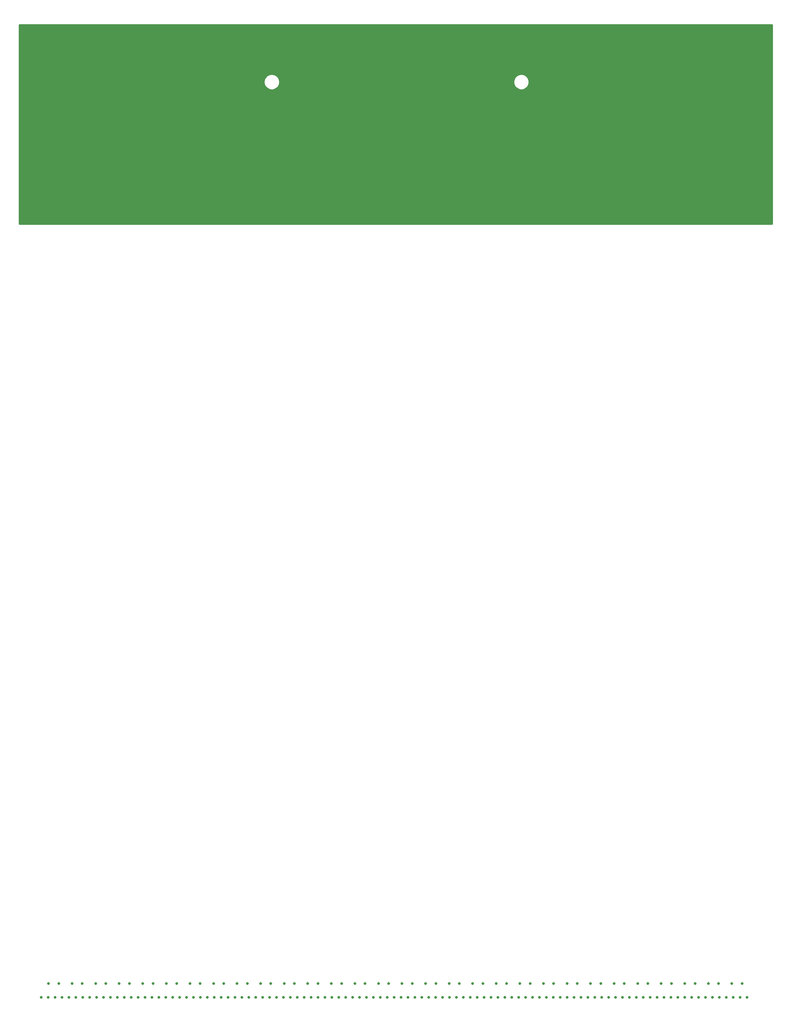
<source format=gbr>
G04 #@! TF.GenerationSoftware,KiCad,Pcbnew,(5.1.6)-1*
G04 #@! TF.CreationDate,2022-05-04T19:11:15-05:00*
G04 #@! TF.ProjectId,stripline_anode,73747269-706c-4696-9e65-5f616e6f6465,1a*
G04 #@! TF.SameCoordinates,Original*
G04 #@! TF.FileFunction,Copper,L2,Inr*
G04 #@! TF.FilePolarity,Positive*
%FSLAX46Y46*%
G04 Gerber Fmt 4.6, Leading zero omitted, Abs format (unit mm)*
G04 Created by KiCad (PCBNEW (5.1.6)-1) date 2022-05-04 19:11:15*
%MOMM*%
%LPD*%
G01*
G04 APERTURE LIST*
G04 #@! TA.AperFunction,ViaPad*
%ADD10C,0.800000*%
G04 #@! TD*
G04 #@! TA.AperFunction,Conductor*
%ADD11C,0.508000*%
G04 #@! TD*
G04 APERTURE END LIST*
D10*
X-103958000Y-121031000D03*
X-101926000Y-121031000D03*
X-99894000Y-121031000D03*
X-97862000Y-121031000D03*
X-95830000Y-121031000D03*
X-93798000Y-121031000D03*
X-91766000Y-121031000D03*
X-89734000Y-121031000D03*
X-87702000Y-121031000D03*
X-85670000Y-121031000D03*
X-83638000Y-121031000D03*
X-81606000Y-121031000D03*
X-79574000Y-121031000D03*
X-77542000Y-121031000D03*
X-75510000Y-121031000D03*
X-73478000Y-121031000D03*
X-71446000Y-121031000D03*
X-69414000Y-121031000D03*
X-67382000Y-121031000D03*
X-65350000Y-121031000D03*
X-63318000Y-121031000D03*
X-61286000Y-121031000D03*
X-59254000Y-121031000D03*
X-57222000Y-121031000D03*
X-55190000Y-121031000D03*
X-24710000Y-121031000D03*
X-20646000Y-121031000D03*
X-10486000Y-121031000D03*
X-6422000Y-121031000D03*
X-42998000Y-121031000D03*
X-34870000Y-121031000D03*
X-18614000Y-121031000D03*
X-8454000Y-121031000D03*
X-28774000Y-121031000D03*
X-14550000Y-121031000D03*
X-32838000Y-121031000D03*
X-22678000Y-121031000D03*
X-40966000Y-121031000D03*
X-47062000Y-121031000D03*
X-4390000Y-121031000D03*
X-51126000Y-121031000D03*
X-45030000Y-121031000D03*
X-12518000Y-121031000D03*
X-16582000Y-121031000D03*
X-36902000Y-121031000D03*
X-30806000Y-121031000D03*
X-26742000Y-121031000D03*
X-38934000Y-121031000D03*
X-49094000Y-121031000D03*
X-53158000Y-121031000D03*
X26090000Y-121031000D03*
X30154000Y-121031000D03*
X40314000Y-121031000D03*
X44378000Y-121031000D03*
X7802000Y-121031000D03*
X15930000Y-121031000D03*
X32186000Y-121031000D03*
X42346000Y-121031000D03*
X22026000Y-121031000D03*
X36250000Y-121031000D03*
X17962000Y-121031000D03*
X28122000Y-121031000D03*
X9834000Y-121031000D03*
X3738000Y-121031000D03*
X46410000Y-121031000D03*
X-326000Y-121031000D03*
X5770000Y-121031000D03*
X38282000Y-121031000D03*
X34218000Y-121031000D03*
X13898000Y-121031000D03*
X19994000Y-121031000D03*
X24058000Y-121031000D03*
X11866000Y-121031000D03*
X1706000Y-121031000D03*
X-2358000Y-121031000D03*
X76890000Y-121031000D03*
X80954000Y-121031000D03*
X91114000Y-121031000D03*
X95178000Y-121031000D03*
X58602000Y-121031000D03*
X66730000Y-121031000D03*
X82986000Y-121031000D03*
X93146000Y-121031000D03*
X72826000Y-121031000D03*
X87050000Y-121031000D03*
X68762000Y-121031000D03*
X78922000Y-121031000D03*
X60634000Y-121031000D03*
X54538000Y-121031000D03*
X97210000Y-121031000D03*
X50474000Y-121031000D03*
X56570000Y-121031000D03*
X89082000Y-121031000D03*
X85018000Y-121031000D03*
X64698000Y-121031000D03*
X70794000Y-121031000D03*
X74858000Y-121031000D03*
X62666000Y-121031000D03*
X52506000Y-121031000D03*
X48442000Y-121031000D03*
X99242000Y-121031000D03*
X101274000Y-121031000D03*
X103306000Y-121031000D03*
X-14042000Y109093000D03*
X-20646000Y109093000D03*
X-27758000Y109093000D03*
X-34362000Y109093000D03*
X-41474000Y109093000D03*
X-48078000Y109093000D03*
X-55698000Y109093000D03*
X-62302000Y109093000D03*
X-69414000Y109093000D03*
X-76018000Y109093000D03*
X-96846000Y109093000D03*
X-326000Y109093000D03*
X6786000Y109093000D03*
X13390000Y109093000D03*
X21010000Y109093000D03*
X27614000Y109093000D03*
X34726000Y109093000D03*
X41330000Y109093000D03*
X48442000Y109093000D03*
X55046000Y109093000D03*
X62158000Y109093000D03*
X76382000Y109093000D03*
X82986000Y109093000D03*
X90098000Y109093000D03*
X96702000Y109093000D03*
X104322000Y109093000D03*
X-6930000Y109093000D03*
X-89734000Y109093000D03*
X-83130000Y109093000D03*
X19994000Y161213800D03*
X-103958000Y161213800D03*
X80954000Y161213800D03*
X78922000Y161213800D03*
X72826000Y161213800D03*
X95178000Y161213800D03*
X87050000Y161213800D03*
X1706000Y161213800D03*
X68762000Y161213800D03*
X-53158000Y161213800D03*
X-99894000Y161213800D03*
X60634000Y161213800D03*
X76890000Y161213800D03*
X58602000Y161213800D03*
X93146000Y161213800D03*
X54538000Y161213800D03*
X82986000Y161213800D03*
X-2358000Y161213800D03*
X91114000Y161213800D03*
X66730000Y161213800D03*
X-12518000Y161213800D03*
X-26742000Y161213800D03*
X24058000Y161213800D03*
X38282000Y161213800D03*
X34218000Y161213800D03*
X17962000Y161213800D03*
X11866000Y161213800D03*
X9834000Y161213800D03*
X32186000Y161213800D03*
X-51126000Y161213800D03*
X46410000Y161213800D03*
X28122000Y161213800D03*
X-326000Y161213800D03*
X3738000Y161213800D03*
X-49094000Y161213800D03*
X7802000Y161213800D03*
X30154000Y161213800D03*
X-36902000Y161213800D03*
X-30806000Y161213800D03*
X70794000Y161213800D03*
X-81606000Y161213800D03*
X-22678000Y161213800D03*
X-32838000Y161213800D03*
X-101926000Y161213800D03*
X-83638000Y161213800D03*
X50474000Y161213800D03*
X-71446000Y161213800D03*
X-8454000Y161213800D03*
X-20646000Y161213800D03*
X97210000Y161213800D03*
X-24710000Y161213800D03*
X-65350000Y161213800D03*
X-18614000Y161213800D03*
X-69414000Y161213800D03*
X48442000Y161213800D03*
X-42998000Y161213800D03*
X-10486000Y161213800D03*
X-97862000Y161213800D03*
X-61286000Y161213800D03*
X-75510000Y161213800D03*
X-95830000Y161213800D03*
X-77542000Y161213800D03*
X-67382000Y161213800D03*
X64698000Y161213800D03*
X89082000Y161213800D03*
X-87702000Y161213800D03*
X40314000Y161213800D03*
X-34870000Y161213800D03*
X36250000Y161213800D03*
X44378000Y161213800D03*
X-38934000Y161213800D03*
X-85670000Y161213800D03*
X-14550000Y161213800D03*
X13898000Y161213800D03*
X5770000Y161213800D03*
X-16582000Y161213800D03*
X-28774000Y161213800D03*
X52506000Y161213800D03*
X-73478000Y161213800D03*
X-93798000Y161213800D03*
X42346000Y161213800D03*
X103306000Y161213800D03*
X-79574000Y161213800D03*
X62666000Y161213800D03*
X-45030000Y161213800D03*
X74858000Y161213800D03*
X15930000Y161213800D03*
X-59254000Y161213800D03*
X-57222000Y161213800D03*
X-4390000Y161213800D03*
X99242000Y161213800D03*
X26090000Y161213800D03*
X22026000Y161213800D03*
X-6422000Y161213800D03*
X85018000Y161213800D03*
X56570000Y161213800D03*
X-55190000Y161213800D03*
X-91766000Y161213800D03*
X101274000Y161213800D03*
X-63318000Y161213800D03*
X-47062000Y161213800D03*
X-40966000Y161213800D03*
X-89734000Y161213800D03*
X-104466000Y109093000D03*
X68762000Y109093000D03*
X-101850000Y-117000000D03*
X-98850000Y-116990000D03*
X-91930000Y-116990000D03*
X-94930000Y-117000000D03*
X-85010000Y-116990000D03*
X-88010000Y-117000000D03*
X-81090000Y-117000000D03*
X-78090000Y-116990000D03*
X-71150000Y-117000000D03*
X-74150000Y-116990000D03*
X-67230000Y-116990000D03*
X-64230000Y-117000000D03*
X-57310000Y-117000000D03*
X-60310000Y-116990000D03*
X-50390000Y-117000000D03*
X-53390000Y-116990000D03*
X-43470000Y-117000000D03*
X-46470000Y-116990000D03*
X-39570000Y-117000000D03*
X-36550000Y-117000000D03*
X-32630000Y-116990000D03*
X-29630000Y-117000000D03*
X-25710000Y-116990000D03*
X-22710000Y-117000000D03*
X-18790000Y-116990000D03*
X-15790000Y-117000000D03*
X-8870000Y-117000000D03*
X-11870000Y-116990000D03*
X-1950000Y-117000000D03*
X-4950000Y-116990000D03*
X4950000Y-116990000D03*
X1970000Y-116990000D03*
X11890000Y-117000000D03*
X8890000Y-116990000D03*
X18810000Y-117000000D03*
X15810000Y-116990000D03*
X22710000Y-117000000D03*
X25730000Y-117000000D03*
X32650000Y-117000000D03*
X29650000Y-116990000D03*
X36570000Y-116990000D03*
X39570000Y-117000000D03*
X43490000Y-116990000D03*
X46490000Y-117000000D03*
X50410000Y-116990000D03*
X53410000Y-117000000D03*
X60330000Y-117000000D03*
X57330000Y-116990000D03*
X67250000Y-117000000D03*
X64250000Y-116990000D03*
X71170000Y-116990000D03*
X74170000Y-117000000D03*
X78090000Y-116990000D03*
X81090000Y-117000000D03*
X88010000Y-117000000D03*
X85010000Y-116990000D03*
X94930000Y-117000000D03*
X91930000Y-116990000D03*
X101830000Y-116990000D03*
X98830000Y-117000000D03*
D11*
G36*
X110680500Y106108500D02*
G01*
X-110299500Y106108500D01*
X-110299500Y148000945D01*
X-38592950Y148000945D01*
X-38592950Y147539415D01*
X-38502910Y147086752D01*
X-38326290Y146660353D01*
X-38069877Y146276604D01*
X-37743526Y145950253D01*
X-37359777Y145693840D01*
X-36933378Y145517220D01*
X-36480715Y145427180D01*
X-36019185Y145427180D01*
X-35566522Y145517220D01*
X-35140123Y145693840D01*
X-34756374Y145950253D01*
X-34430023Y146276604D01*
X-34173610Y146660353D01*
X-33996990Y147086752D01*
X-33906950Y147539415D01*
X-33906950Y148000945D01*
X34707050Y148000945D01*
X34707050Y147539415D01*
X34797090Y147086752D01*
X34973710Y146660353D01*
X35230123Y146276604D01*
X35556474Y145950253D01*
X35940223Y145693840D01*
X36366622Y145517220D01*
X36819285Y145427180D01*
X37280815Y145427180D01*
X37733478Y145517220D01*
X38159877Y145693840D01*
X38543626Y145950253D01*
X38869977Y146276604D01*
X39126390Y146660353D01*
X39303010Y147086752D01*
X39393050Y147539415D01*
X39393050Y148000945D01*
X39303010Y148453608D01*
X39126390Y148880007D01*
X38869977Y149263756D01*
X38543626Y149590107D01*
X38159877Y149846520D01*
X37733478Y150023140D01*
X37280815Y150113180D01*
X36819285Y150113180D01*
X36366622Y150023140D01*
X35940223Y149846520D01*
X35556474Y149590107D01*
X35230123Y149263756D01*
X34973710Y148880007D01*
X34797090Y148453608D01*
X34707050Y148000945D01*
X-33906950Y148000945D01*
X-33996990Y148453608D01*
X-34173610Y148880007D01*
X-34430023Y149263756D01*
X-34756374Y149590107D01*
X-35140123Y149846520D01*
X-35566522Y150023140D01*
X-36019185Y150113180D01*
X-36480715Y150113180D01*
X-36933378Y150023140D01*
X-37359777Y149846520D01*
X-37743526Y149590107D01*
X-38069877Y149263756D01*
X-38326290Y148880007D01*
X-38502910Y148453608D01*
X-38592950Y148000945D01*
X-110299500Y148000945D01*
X-110299500Y164528500D01*
X110680500Y164528500D01*
X110680500Y106108500D01*
G37*
X110680500Y106108500D02*
X-110299500Y106108500D01*
X-110299500Y148000945D01*
X-38592950Y148000945D01*
X-38592950Y147539415D01*
X-38502910Y147086752D01*
X-38326290Y146660353D01*
X-38069877Y146276604D01*
X-37743526Y145950253D01*
X-37359777Y145693840D01*
X-36933378Y145517220D01*
X-36480715Y145427180D01*
X-36019185Y145427180D01*
X-35566522Y145517220D01*
X-35140123Y145693840D01*
X-34756374Y145950253D01*
X-34430023Y146276604D01*
X-34173610Y146660353D01*
X-33996990Y147086752D01*
X-33906950Y147539415D01*
X-33906950Y148000945D01*
X34707050Y148000945D01*
X34707050Y147539415D01*
X34797090Y147086752D01*
X34973710Y146660353D01*
X35230123Y146276604D01*
X35556474Y145950253D01*
X35940223Y145693840D01*
X36366622Y145517220D01*
X36819285Y145427180D01*
X37280815Y145427180D01*
X37733478Y145517220D01*
X38159877Y145693840D01*
X38543626Y145950253D01*
X38869977Y146276604D01*
X39126390Y146660353D01*
X39303010Y147086752D01*
X39393050Y147539415D01*
X39393050Y148000945D01*
X39303010Y148453608D01*
X39126390Y148880007D01*
X38869977Y149263756D01*
X38543626Y149590107D01*
X38159877Y149846520D01*
X37733478Y150023140D01*
X37280815Y150113180D01*
X36819285Y150113180D01*
X36366622Y150023140D01*
X35940223Y149846520D01*
X35556474Y149590107D01*
X35230123Y149263756D01*
X34973710Y148880007D01*
X34797090Y148453608D01*
X34707050Y148000945D01*
X-33906950Y148000945D01*
X-33996990Y148453608D01*
X-34173610Y148880007D01*
X-34430023Y149263756D01*
X-34756374Y149590107D01*
X-35140123Y149846520D01*
X-35566522Y150023140D01*
X-36019185Y150113180D01*
X-36480715Y150113180D01*
X-36933378Y150023140D01*
X-37359777Y149846520D01*
X-37743526Y149590107D01*
X-38069877Y149263756D01*
X-38326290Y148880007D01*
X-38502910Y148453608D01*
X-38592950Y148000945D01*
X-110299500Y148000945D01*
X-110299500Y164528500D01*
X110680500Y164528500D01*
X110680500Y106108500D01*
M02*

</source>
